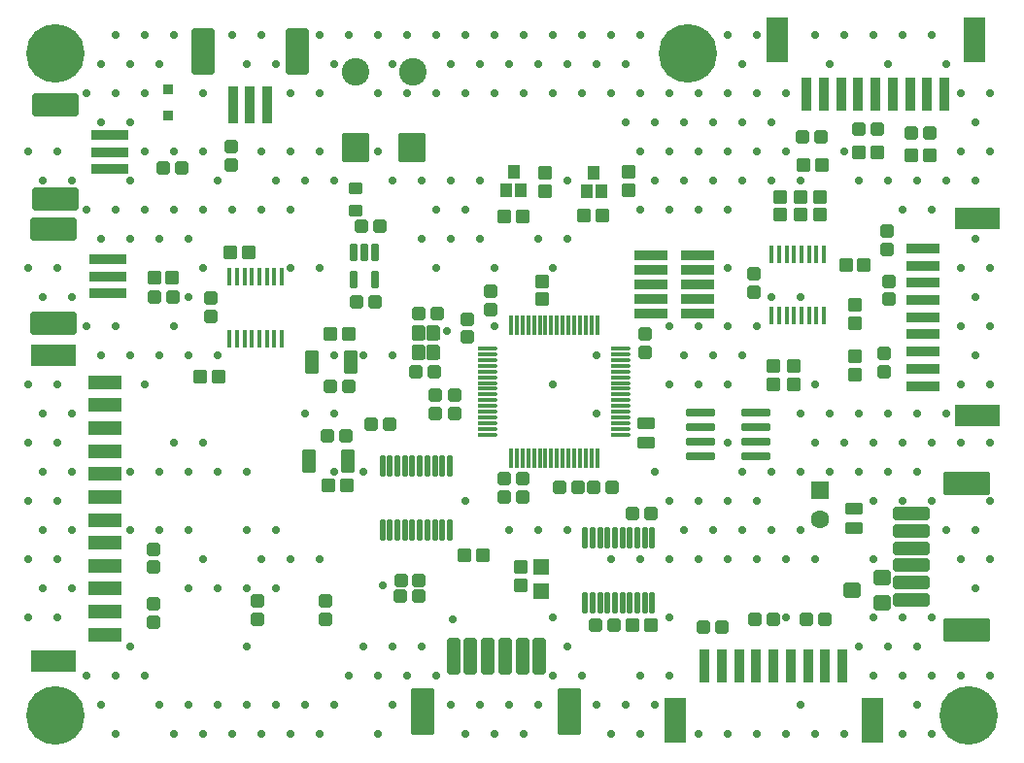
<source format=gts>
G04*
G04 #@! TF.GenerationSoftware,Altium Limited,Altium Designer,22.3.1 (43)*
G04*
G04 Layer_Color=16711833*
%FSLAX25Y25*%
%MOIN*%
G70*
G04*
G04 #@! TF.SameCoordinates,ADBFED44-BD27-400C-BC08-764E4E0E5164*
G04*
G04*
G04 #@! TF.FilePolarity,Negative*
G04*
G01*
G75*
G04:AMPARAMS|DCode=41|XSize=35.43mil|YSize=125.98mil|CornerRadius=3.54mil|HoleSize=0mil|Usage=FLASHONLY|Rotation=270.000|XOffset=0mil|YOffset=0mil|HoleType=Round|Shape=RoundedRectangle|*
%AMROUNDEDRECTD41*
21,1,0.03543,0.11890,0,0,270.0*
21,1,0.02835,0.12598,0,0,270.0*
1,1,0.00709,-0.05945,-0.01417*
1,1,0.00709,-0.05945,0.01417*
1,1,0.00709,0.05945,0.01417*
1,1,0.00709,0.05945,-0.01417*
%
%ADD41ROUNDEDRECTD41*%
G04:AMPARAMS|DCode=42|XSize=78.74mil|YSize=157.48mil|CornerRadius=7.87mil|HoleSize=0mil|Usage=FLASHONLY|Rotation=270.000|XOffset=0mil|YOffset=0mil|HoleType=Round|Shape=RoundedRectangle|*
%AMROUNDEDRECTD42*
21,1,0.07874,0.14173,0,0,270.0*
21,1,0.06299,0.15748,0,0,270.0*
1,1,0.01575,-0.07087,-0.03150*
1,1,0.01575,-0.07087,0.03150*
1,1,0.01575,0.07087,0.03150*
1,1,0.01575,0.07087,-0.03150*
%
%ADD42ROUNDEDRECTD42*%
G04:AMPARAMS|DCode=43|XSize=35.43mil|YSize=125.98mil|CornerRadius=3.54mil|HoleSize=0mil|Usage=FLASHONLY|Rotation=180.000|XOffset=0mil|YOffset=0mil|HoleType=Round|Shape=RoundedRectangle|*
%AMROUNDEDRECTD43*
21,1,0.03543,0.11890,0,0,180.0*
21,1,0.02835,0.12598,0,0,180.0*
1,1,0.00709,-0.01417,0.05945*
1,1,0.00709,0.01417,0.05945*
1,1,0.00709,0.01417,-0.05945*
1,1,0.00709,-0.01417,-0.05945*
%
%ADD43ROUNDEDRECTD43*%
G04:AMPARAMS|DCode=44|XSize=78.74mil|YSize=157.48mil|CornerRadius=7.87mil|HoleSize=0mil|Usage=FLASHONLY|Rotation=180.000|XOffset=0mil|YOffset=0mil|HoleType=Round|Shape=RoundedRectangle|*
%AMROUNDEDRECTD44*
21,1,0.07874,0.14173,0,0,180.0*
21,1,0.06299,0.15748,0,0,180.0*
1,1,0.01575,-0.03150,0.07087*
1,1,0.01575,0.03150,0.07087*
1,1,0.01575,0.03150,-0.07087*
1,1,0.01575,-0.03150,-0.07087*
%
%ADD44ROUNDEDRECTD44*%
%ADD53R,0.11230X0.04537*%
%ADD54R,0.15561X0.07687*%
G04:AMPARAMS|DCode=55|XSize=43.37mil|YSize=126.05mil|CornerRadius=4.95mil|HoleSize=0mil|Usage=FLASHONLY|Rotation=180.000|XOffset=0mil|YOffset=0mil|HoleType=Round|Shape=RoundedRectangle|*
%AMROUNDEDRECTD55*
21,1,0.04337,0.11614,0,0,180.0*
21,1,0.03347,0.12605,0,0,180.0*
1,1,0.00991,-0.01673,0.05807*
1,1,0.00991,0.01673,0.05807*
1,1,0.00991,0.01673,-0.05807*
1,1,0.00991,-0.01673,-0.05807*
%
%ADD55ROUNDEDRECTD55*%
G04:AMPARAMS|DCode=56|XSize=78.8mil|YSize=161.48mil|CornerRadius=7.61mil|HoleSize=0mil|Usage=FLASHONLY|Rotation=180.000|XOffset=0mil|YOffset=0mil|HoleType=Round|Shape=RoundedRectangle|*
%AMROUNDEDRECTD56*
21,1,0.07880,0.14626,0,0,180.0*
21,1,0.06358,0.16148,0,0,180.0*
1,1,0.01522,-0.03179,0.07313*
1,1,0.01522,0.03179,0.07313*
1,1,0.01522,0.03179,-0.07313*
1,1,0.01522,-0.03179,-0.07313*
%
%ADD56ROUNDEDRECTD56*%
G04:AMPARAMS|DCode=57|XSize=47.31mil|YSize=43.37mil|CornerRadius=4.95mil|HoleSize=0mil|Usage=FLASHONLY|Rotation=90.000|XOffset=0mil|YOffset=0mil|HoleType=Round|Shape=RoundedRectangle|*
%AMROUNDEDRECTD57*
21,1,0.04731,0.03347,0,0,90.0*
21,1,0.03740,0.04337,0,0,90.0*
1,1,0.00991,0.01673,0.01870*
1,1,0.00991,0.01673,-0.01870*
1,1,0.00991,-0.01673,-0.01870*
1,1,0.00991,-0.01673,0.01870*
%
%ADD57ROUNDEDRECTD57*%
G04:AMPARAMS|DCode=58|XSize=43.37mil|YSize=126.05mil|CornerRadius=4.95mil|HoleSize=0mil|Usage=FLASHONLY|Rotation=270.000|XOffset=0mil|YOffset=0mil|HoleType=Round|Shape=RoundedRectangle|*
%AMROUNDEDRECTD58*
21,1,0.04337,0.11614,0,0,270.0*
21,1,0.03347,0.12605,0,0,270.0*
1,1,0.00991,-0.05807,-0.01673*
1,1,0.00991,-0.05807,0.01673*
1,1,0.00991,0.05807,0.01673*
1,1,0.00991,0.05807,-0.01673*
%
%ADD58ROUNDEDRECTD58*%
G04:AMPARAMS|DCode=59|XSize=78.8mil|YSize=161.48mil|CornerRadius=7.61mil|HoleSize=0mil|Usage=FLASHONLY|Rotation=270.000|XOffset=0mil|YOffset=0mil|HoleType=Round|Shape=RoundedRectangle|*
%AMROUNDEDRECTD59*
21,1,0.07880,0.14626,0,0,270.0*
21,1,0.06358,0.16148,0,0,270.0*
1,1,0.01522,-0.07313,-0.03179*
1,1,0.01522,-0.07313,0.03179*
1,1,0.01522,0.07313,0.03179*
1,1,0.01522,0.07313,-0.03179*
%
%ADD59ROUNDEDRECTD59*%
%ADD60R,0.03550X0.11817*%
%ADD61R,0.07487X0.15361*%
G04:AMPARAMS|DCode=62|XSize=47.31mil|YSize=43.37mil|CornerRadius=5.94mil|HoleSize=0mil|Usage=FLASHONLY|Rotation=270.000|XOffset=0mil|YOffset=0mil|HoleType=Round|Shape=RoundedRectangle|*
%AMROUNDEDRECTD62*
21,1,0.04731,0.03150,0,0,270.0*
21,1,0.03543,0.04337,0,0,270.0*
1,1,0.01187,-0.01575,-0.01772*
1,1,0.01187,-0.01575,0.01772*
1,1,0.01187,0.01575,0.01772*
1,1,0.01187,0.01575,-0.01772*
%
%ADD62ROUNDEDRECTD62*%
G04:AMPARAMS|DCode=63|XSize=59.12mil|YSize=39.43mil|CornerRadius=4.66mil|HoleSize=0mil|Usage=FLASHONLY|Rotation=180.000|XOffset=0mil|YOffset=0mil|HoleType=Round|Shape=RoundedRectangle|*
%AMROUNDEDRECTD63*
21,1,0.05912,0.03012,0,0,180.0*
21,1,0.04980,0.03943,0,0,180.0*
1,1,0.00932,-0.02490,0.01506*
1,1,0.00932,0.02490,0.01506*
1,1,0.00932,0.02490,-0.01506*
1,1,0.00932,-0.02490,-0.01506*
%
%ADD63ROUNDEDRECTD63*%
%ADD64R,0.03550X0.03550*%
G04:AMPARAMS|DCode=65|XSize=51.24mil|YSize=59.12mil|CornerRadius=6.72mil|HoleSize=0mil|Usage=FLASHONLY|Rotation=270.000|XOffset=0mil|YOffset=0mil|HoleType=Round|Shape=RoundedRectangle|*
%AMROUNDEDRECTD65*
21,1,0.05124,0.04567,0,0,270.0*
21,1,0.03780,0.05912,0,0,270.0*
1,1,0.01345,-0.02284,-0.01890*
1,1,0.01345,-0.02284,0.01890*
1,1,0.01345,0.02284,0.01890*
1,1,0.01345,0.02284,-0.01890*
%
%ADD65ROUNDEDRECTD65*%
G04:AMPARAMS|DCode=66|XSize=47.31mil|YSize=43.37mil|CornerRadius=5.94mil|HoleSize=0mil|Usage=FLASHONLY|Rotation=0.000|XOffset=0mil|YOffset=0mil|HoleType=Round|Shape=RoundedRectangle|*
%AMROUNDEDRECTD66*
21,1,0.04731,0.03150,0,0,0.0*
21,1,0.03543,0.04337,0,0,0.0*
1,1,0.01187,0.01772,-0.01575*
1,1,0.01187,-0.01772,-0.01575*
1,1,0.01187,-0.01772,0.01575*
1,1,0.01187,0.01772,0.01575*
%
%ADD66ROUNDEDRECTD66*%
G04:AMPARAMS|DCode=67|XSize=47.31mil|YSize=43.37mil|CornerRadius=4.95mil|HoleSize=0mil|Usage=FLASHONLY|Rotation=180.000|XOffset=0mil|YOffset=0mil|HoleType=Round|Shape=RoundedRectangle|*
%AMROUNDEDRECTD67*
21,1,0.04731,0.03347,0,0,180.0*
21,1,0.03740,0.04337,0,0,180.0*
1,1,0.00991,-0.01870,0.01673*
1,1,0.00991,0.01870,0.01673*
1,1,0.00991,0.01870,-0.01673*
1,1,0.00991,-0.01870,-0.01673*
%
%ADD67ROUNDEDRECTD67*%
%ADD68R,0.15361X0.07487*%
%ADD69R,0.11817X0.03550*%
%ADD70R,0.03937X0.04724*%
%ADD71O,0.01581X0.06699*%
%ADD72O,0.06699X0.01581*%
G04:AMPARAMS|DCode=73|XSize=72.9mil|YSize=18.96mil|CornerRadius=3.12mil|HoleSize=0mil|Usage=FLASHONLY|Rotation=90.000|XOffset=0mil|YOffset=0mil|HoleType=Round|Shape=RoundedRectangle|*
%AMROUNDEDRECTD73*
21,1,0.07290,0.01272,0,0,90.0*
21,1,0.06665,0.01896,0,0,90.0*
1,1,0.00624,0.00636,0.03333*
1,1,0.00624,0.00636,-0.03333*
1,1,0.00624,-0.00636,-0.03333*
1,1,0.00624,-0.00636,0.03333*
%
%ADD73ROUNDEDRECTD73*%
G04:AMPARAMS|DCode=74|XSize=94.55mil|YSize=102.43mil|CornerRadius=8.79mil|HoleSize=0mil|Usage=FLASHONLY|Rotation=0.000|XOffset=0mil|YOffset=0mil|HoleType=Round|Shape=RoundedRectangle|*
%AMROUNDEDRECTD74*
21,1,0.09455,0.08484,0,0,0.0*
21,1,0.07697,0.10243,0,0,0.0*
1,1,0.01758,0.03848,-0.04242*
1,1,0.01758,-0.03848,-0.04242*
1,1,0.01758,-0.03848,0.04242*
1,1,0.01758,0.03848,0.04242*
%
%ADD74ROUNDEDRECTD74*%
%ADD75R,0.11400X0.03300*%
G04:AMPARAMS|DCode=76|XSize=37.47mil|YSize=46.91mil|CornerRadius=4.51mil|HoleSize=0mil|Usage=FLASHONLY|Rotation=270.000|XOffset=0mil|YOffset=0mil|HoleType=Round|Shape=RoundedRectangle|*
%AMROUNDEDRECTD76*
21,1,0.03747,0.03789,0,0,270.0*
21,1,0.02845,0.04691,0,0,270.0*
1,1,0.00902,-0.01895,-0.01422*
1,1,0.00902,-0.01895,0.01422*
1,1,0.00902,0.01895,0.01422*
1,1,0.00902,0.01895,-0.01422*
%
%ADD76ROUNDEDRECTD76*%
G04:AMPARAMS|DCode=77|XSize=27.62mil|YSize=57.15mil|CornerRadius=3.77mil|HoleSize=0mil|Usage=FLASHONLY|Rotation=180.000|XOffset=0mil|YOffset=0mil|HoleType=Round|Shape=RoundedRectangle|*
%AMROUNDEDRECTD77*
21,1,0.02762,0.04961,0,0,180.0*
21,1,0.02008,0.05715,0,0,180.0*
1,1,0.00754,-0.01004,0.02480*
1,1,0.00754,0.01004,0.02480*
1,1,0.00754,0.01004,-0.02480*
1,1,0.00754,-0.01004,-0.02480*
%
%ADD77ROUNDEDRECTD77*%
G04:AMPARAMS|DCode=78|XSize=53.21mil|YSize=43.37mil|CornerRadius=4.95mil|HoleSize=0mil|Usage=FLASHONLY|Rotation=90.000|XOffset=0mil|YOffset=0mil|HoleType=Round|Shape=RoundedRectangle|*
%AMROUNDEDRECTD78*
21,1,0.05321,0.03347,0,0,90.0*
21,1,0.04331,0.04337,0,0,90.0*
1,1,0.00991,0.01673,0.02165*
1,1,0.00991,0.01673,-0.02165*
1,1,0.00991,-0.01673,-0.02165*
1,1,0.00991,-0.01673,0.02165*
%
%ADD78ROUNDEDRECTD78*%
G04:AMPARAMS|DCode=79|XSize=43.37mil|YSize=82.74mil|CornerRadius=4.95mil|HoleSize=0mil|Usage=FLASHONLY|Rotation=180.000|XOffset=0mil|YOffset=0mil|HoleType=Round|Shape=RoundedRectangle|*
%AMROUNDEDRECTD79*
21,1,0.04337,0.07284,0,0,180.0*
21,1,0.03347,0.08274,0,0,180.0*
1,1,0.00991,-0.01673,0.03642*
1,1,0.00991,0.01673,0.03642*
1,1,0.00991,0.01673,-0.03642*
1,1,0.00991,-0.01673,-0.03642*
%
%ADD79ROUNDEDRECTD79*%
%ADD80R,0.01778X0.05912*%
G04:AMPARAMS|DCode=81|XSize=55.18mil|YSize=55.18mil|CornerRadius=7.12mil|HoleSize=0mil|Usage=FLASHONLY|Rotation=90.000|XOffset=0mil|YOffset=0mil|HoleType=Round|Shape=RoundedRectangle|*
%AMROUNDEDRECTD81*
21,1,0.05518,0.04095,0,0,90.0*
21,1,0.04095,0.05518,0,0,90.0*
1,1,0.01424,0.02047,0.02047*
1,1,0.01424,0.02047,-0.02047*
1,1,0.01424,-0.02047,-0.02047*
1,1,0.01424,-0.02047,0.02047*
%
%ADD81ROUNDEDRECTD81*%
G04:AMPARAMS|DCode=82|XSize=28.61mil|YSize=97.5mil|CornerRadius=4.46mil|HoleSize=0mil|Usage=FLASHONLY|Rotation=90.000|XOffset=0mil|YOffset=0mil|HoleType=Round|Shape=RoundedRectangle|*
%AMROUNDEDRECTD82*
21,1,0.02861,0.08858,0,0,90.0*
21,1,0.01968,0.09750,0,0,90.0*
1,1,0.00892,0.04429,0.00984*
1,1,0.00892,0.04429,-0.00984*
1,1,0.00892,-0.04429,-0.00984*
1,1,0.00892,-0.04429,0.00984*
%
%ADD82ROUNDEDRECTD82*%
%ADD83C,0.20079*%
%ADD84R,0.06306X0.06306*%
%ADD85C,0.06306*%
%ADD86C,0.09455*%
%ADD87C,0.02800*%
D41*
X34134Y-83095D02*
D03*
Y-89000D02*
D03*
Y-94906D02*
D03*
X34734Y-40394D02*
D03*
Y-46300D02*
D03*
Y-52205D02*
D03*
D42*
X15630Y-105142D02*
D03*
Y-72858D02*
D03*
X16230Y-62442D02*
D03*
Y-30158D02*
D03*
D43*
X88906Y-30176D02*
D03*
X83000D02*
D03*
X77095D02*
D03*
D44*
X66858Y-11672D02*
D03*
X99142D02*
D03*
D53*
X33200Y-125352D02*
D03*
Y-133226D02*
D03*
Y-141100D02*
D03*
Y-148974D02*
D03*
Y-156848D02*
D03*
Y-164722D02*
D03*
Y-172596D02*
D03*
Y-180470D02*
D03*
Y-188344D02*
D03*
Y-196218D02*
D03*
Y-204092D02*
D03*
Y-211966D02*
D03*
D54*
X15680Y-116100D02*
D03*
Y-221218D02*
D03*
D55*
X152784Y-219300D02*
D03*
X164594D02*
D03*
X182311D02*
D03*
X176406D02*
D03*
X158689D02*
D03*
X170500D02*
D03*
D56*
X142252Y-238276D02*
D03*
X192646D02*
D03*
D57*
X56399Y-89400D02*
D03*
X50100D02*
D03*
X272901Y-50600D02*
D03*
X279200D02*
D03*
X291801Y-46400D02*
D03*
X298100D02*
D03*
X309900Y-47300D02*
D03*
X316199D02*
D03*
X197600Y-68100D02*
D03*
X203899D02*
D03*
X287401Y-85200D02*
D03*
X293700D02*
D03*
X116299Y-160900D02*
D03*
X110000D02*
D03*
X110701Y-108900D02*
D03*
X117000D02*
D03*
X65801Y-123300D02*
D03*
X72100D02*
D03*
X76201Y-80900D02*
D03*
X82500D02*
D03*
X214201Y-208900D02*
D03*
X220500D02*
D03*
X162899Y-184800D02*
D03*
X156600D02*
D03*
X176508Y-68273D02*
D03*
X170209D02*
D03*
D58*
X309824Y-199969D02*
D03*
Y-188157D02*
D03*
Y-170441D02*
D03*
Y-176347D02*
D03*
Y-194063D02*
D03*
Y-182252D02*
D03*
D59*
X328800Y-210500D02*
D03*
Y-160106D02*
D03*
D60*
X321217Y-26400D02*
D03*
X315311D02*
D03*
X309405D02*
D03*
X303500D02*
D03*
X297594D02*
D03*
X291689D02*
D03*
X285784D02*
D03*
X279878D02*
D03*
X273972D02*
D03*
X239008Y-222900D02*
D03*
X244913D02*
D03*
X250819D02*
D03*
X256724D02*
D03*
X262630D02*
D03*
X268535D02*
D03*
X274441D02*
D03*
X280346D02*
D03*
X286252D02*
D03*
D61*
X263736Y-7896D02*
D03*
X331453D02*
D03*
X296488Y-241404D02*
D03*
X228772D02*
D03*
D62*
X279000Y-41100D02*
D03*
X272701D02*
D03*
X291837Y-38268D02*
D03*
X298136D02*
D03*
X316100Y-39800D02*
D03*
X309801D02*
D03*
X140896Y-198800D02*
D03*
X134597D02*
D03*
X141050Y-193400D02*
D03*
X134750D02*
D03*
X127500Y-71800D02*
D03*
X121201D02*
D03*
X140850Y-101700D02*
D03*
X147150D02*
D03*
X50212Y-96030D02*
D03*
X56511D02*
D03*
X59450Y-51900D02*
D03*
X53150D02*
D03*
X119450Y-97600D02*
D03*
X125750D02*
D03*
X170201Y-164900D02*
D03*
X176500D02*
D03*
X170201Y-158400D02*
D03*
X176500D02*
D03*
X201000Y-161400D02*
D03*
X207299D02*
D03*
X116000Y-143900D02*
D03*
X109701D02*
D03*
X195500Y-161400D02*
D03*
X189201D02*
D03*
X117000Y-126900D02*
D03*
X110701D02*
D03*
X140001Y-121600D02*
D03*
X146300D02*
D03*
X214201Y-170400D02*
D03*
X220500D02*
D03*
X208000Y-208900D02*
D03*
X201701D02*
D03*
X131000Y-139900D02*
D03*
X124701D02*
D03*
X238700Y-209300D02*
D03*
X244999D02*
D03*
X256201Y-206900D02*
D03*
X262500D02*
D03*
X274000D02*
D03*
X280299D02*
D03*
D63*
X218900Y-145996D02*
D03*
Y-139500D02*
D03*
X290200Y-175300D02*
D03*
Y-168804D02*
D03*
D64*
X54900Y-24771D02*
D03*
Y-33629D02*
D03*
D65*
X289682Y-196800D02*
D03*
X299918Y-192469D02*
D03*
Y-201131D02*
D03*
D66*
X153200Y-135999D02*
D03*
Y-129700D02*
D03*
X301500Y-79600D02*
D03*
Y-73301D02*
D03*
X302100Y-96899D02*
D03*
Y-90600D02*
D03*
X76700Y-44400D02*
D03*
Y-50699D02*
D03*
X146700Y-129700D02*
D03*
Y-135999D02*
D03*
X300700Y-121599D02*
D03*
Y-115300D02*
D03*
X165600Y-94001D02*
D03*
Y-100300D02*
D03*
X218700Y-115099D02*
D03*
Y-108800D02*
D03*
X157700Y-103600D02*
D03*
Y-109899D02*
D03*
X256000Y-94400D02*
D03*
Y-88101D02*
D03*
X69500Y-102699D02*
D03*
Y-96400D02*
D03*
X50000Y-188900D02*
D03*
Y-182601D02*
D03*
Y-201400D02*
D03*
Y-207699D02*
D03*
X109000Y-200400D02*
D03*
Y-206699D02*
D03*
X85500Y-200400D02*
D03*
Y-206699D02*
D03*
D67*
X184200Y-53500D02*
D03*
Y-59799D02*
D03*
X213000Y-53101D02*
D03*
Y-59400D02*
D03*
X290500Y-122699D02*
D03*
Y-116400D02*
D03*
Y-105199D02*
D03*
Y-98900D02*
D03*
X176000Y-188829D02*
D03*
Y-195128D02*
D03*
X183300Y-96900D02*
D03*
Y-90601D02*
D03*
X272000Y-67900D02*
D03*
Y-61601D02*
D03*
X278500Y-67900D02*
D03*
Y-61601D02*
D03*
X262500Y-126199D02*
D03*
Y-119900D02*
D03*
X269500Y-126199D02*
D03*
Y-119900D02*
D03*
X265000Y-61601D02*
D03*
Y-67900D02*
D03*
D68*
X332504Y-136853D02*
D03*
Y-69136D02*
D03*
D69*
X314000Y-79373D02*
D03*
Y-85278D02*
D03*
Y-91184D02*
D03*
Y-97089D02*
D03*
Y-102995D02*
D03*
Y-108900D02*
D03*
Y-114805D02*
D03*
Y-120711D02*
D03*
Y-126617D02*
D03*
D70*
X198441Y-59699D02*
D03*
X203559D02*
D03*
X201000Y-53400D02*
D03*
X173441Y-53101D02*
D03*
X176000Y-59400D02*
D03*
X170882D02*
D03*
D71*
X172571Y-105707D02*
D03*
X174539D02*
D03*
X176508D02*
D03*
X178476D02*
D03*
X180445D02*
D03*
X182413D02*
D03*
X184382D02*
D03*
X186350D02*
D03*
X188319D02*
D03*
X190287D02*
D03*
X192256D02*
D03*
X194224D02*
D03*
X196193D02*
D03*
X198161D02*
D03*
X200130D02*
D03*
X202098D02*
D03*
Y-151376D02*
D03*
X200130D02*
D03*
X198161D02*
D03*
X196193D02*
D03*
X194224D02*
D03*
X192256D02*
D03*
X190287D02*
D03*
X188319D02*
D03*
X186350D02*
D03*
X184382D02*
D03*
X182413D02*
D03*
X180445D02*
D03*
X178476D02*
D03*
X176508D02*
D03*
X174539D02*
D03*
X172571D02*
D03*
D72*
X210169Y-113778D02*
D03*
Y-115746D02*
D03*
Y-117715D02*
D03*
Y-119684D02*
D03*
Y-121652D02*
D03*
Y-123620D02*
D03*
Y-125589D02*
D03*
Y-127558D02*
D03*
Y-129526D02*
D03*
Y-131494D02*
D03*
Y-133463D02*
D03*
Y-135432D02*
D03*
Y-137400D02*
D03*
Y-139368D02*
D03*
Y-141337D02*
D03*
Y-143306D02*
D03*
X164500D02*
D03*
Y-141337D02*
D03*
Y-139368D02*
D03*
Y-137400D02*
D03*
Y-135432D02*
D03*
Y-133463D02*
D03*
Y-131494D02*
D03*
Y-129526D02*
D03*
Y-127558D02*
D03*
Y-125589D02*
D03*
Y-123620D02*
D03*
Y-121652D02*
D03*
Y-119684D02*
D03*
Y-117715D02*
D03*
Y-115746D02*
D03*
Y-113778D02*
D03*
D73*
X128487Y-176150D02*
D03*
X131046D02*
D03*
X133605D02*
D03*
X136164D02*
D03*
X138723D02*
D03*
X141282D02*
D03*
X143841D02*
D03*
X146400D02*
D03*
X148959D02*
D03*
X151518D02*
D03*
X151518Y-153950D02*
D03*
X148959D02*
D03*
X146400D02*
D03*
X143841D02*
D03*
X141282D02*
D03*
X138723D02*
D03*
X136164D02*
D03*
X133605D02*
D03*
X131046D02*
D03*
X128487D02*
D03*
X197984Y-201000D02*
D03*
X200543D02*
D03*
X203102D02*
D03*
X205661D02*
D03*
X208221D02*
D03*
X210780D02*
D03*
X213339D02*
D03*
X215898D02*
D03*
X218457D02*
D03*
X221016D02*
D03*
X221016Y-178800D02*
D03*
X218457D02*
D03*
X215898D02*
D03*
X213339D02*
D03*
X210780D02*
D03*
X208221D02*
D03*
X205661D02*
D03*
X203102D02*
D03*
X200543D02*
D03*
X197984D02*
D03*
D74*
X138646Y-44900D02*
D03*
X119354D02*
D03*
D75*
X220500Y-81900D02*
D03*
X236500D02*
D03*
X220500Y-86900D02*
D03*
X236500D02*
D03*
X220500Y-91900D02*
D03*
X236500D02*
D03*
X220500Y-96900D02*
D03*
X236500D02*
D03*
X220500Y-101900D02*
D03*
X236500D02*
D03*
D76*
X119300Y-58643D02*
D03*
Y-66557D02*
D03*
D77*
X125980Y-90231D02*
D03*
X118500D02*
D03*
Y-80900D02*
D03*
X122240D02*
D03*
X125980D02*
D03*
D78*
X140937Y-108400D02*
D03*
X146055D02*
D03*
Y-115093D02*
D03*
X140937D02*
D03*
D79*
X103307Y-152400D02*
D03*
X116693D02*
D03*
X104307Y-118400D02*
D03*
X117693D02*
D03*
D80*
X279957Y-102530D02*
D03*
X262043D02*
D03*
X264602Y-81270D02*
D03*
Y-102530D02*
D03*
X267161D02*
D03*
X269721Y-81270D02*
D03*
X267161D02*
D03*
X274839D02*
D03*
X277398D02*
D03*
X272280Y-102530D02*
D03*
X274839D02*
D03*
X269721D02*
D03*
X277398D02*
D03*
X279957Y-81270D02*
D03*
X272280D02*
D03*
X262043D02*
D03*
X93913Y-110400D02*
D03*
X76000D02*
D03*
X78559Y-89140D02*
D03*
Y-110400D02*
D03*
X81118D02*
D03*
X83677Y-89140D02*
D03*
X81118D02*
D03*
X88795D02*
D03*
X91354D02*
D03*
X86236Y-110400D02*
D03*
X88795D02*
D03*
X83677D02*
D03*
X91354D02*
D03*
X93913Y-89140D02*
D03*
X86236D02*
D03*
X76000D02*
D03*
D81*
X183000Y-197168D02*
D03*
Y-188900D02*
D03*
D82*
X237551Y-135900D02*
D03*
Y-140900D02*
D03*
Y-145900D02*
D03*
Y-150900D02*
D03*
X256449Y-135900D02*
D03*
Y-140900D02*
D03*
Y-145900D02*
D03*
Y-150900D02*
D03*
D83*
X329700Y-239800D02*
D03*
X16100D02*
D03*
X233300Y-12300D02*
D03*
X16100D02*
D03*
D84*
X278400Y-162400D02*
D03*
D85*
Y-172400D02*
D03*
D86*
X139000Y-18900D02*
D03*
X119315D02*
D03*
D87*
X128500Y-195000D02*
D03*
X152600Y-206700D02*
D03*
X337000Y-26000D02*
D03*
Y-46000D02*
D03*
Y-86000D02*
D03*
Y-106000D02*
D03*
Y-126000D02*
D03*
Y-146000D02*
D03*
Y-166000D02*
D03*
Y-186000D02*
D03*
Y-226000D02*
D03*
X327000Y-26000D02*
D03*
X332000Y-36000D02*
D03*
X327000Y-46000D02*
D03*
X332000Y-56000D02*
D03*
Y-76000D02*
D03*
X327000Y-86000D02*
D03*
X332000Y-96000D02*
D03*
X327000Y-106000D02*
D03*
X332000Y-116000D02*
D03*
X327000Y-126000D02*
D03*
Y-146000D02*
D03*
X332000Y-176000D02*
D03*
X327000Y-186000D02*
D03*
X332000Y-196000D02*
D03*
X327000Y-226000D02*
D03*
X317000Y-6000D02*
D03*
X322000Y-16000D02*
D03*
Y-56000D02*
D03*
X317000Y-66000D02*
D03*
X322000Y-136000D02*
D03*
X317000Y-146000D02*
D03*
Y-166000D02*
D03*
X322000Y-176000D02*
D03*
X317000Y-206000D02*
D03*
Y-226000D02*
D03*
Y-246000D02*
D03*
X307000Y-6000D02*
D03*
X312000Y-56000D02*
D03*
X307000Y-66000D02*
D03*
X312000Y-136000D02*
D03*
X307000Y-146000D02*
D03*
X312000Y-156000D02*
D03*
X307000Y-166000D02*
D03*
Y-206000D02*
D03*
X312000Y-216000D02*
D03*
X307000Y-226000D02*
D03*
X312000Y-236000D02*
D03*
X307000Y-246000D02*
D03*
X297000Y-6000D02*
D03*
X302000Y-16000D02*
D03*
Y-56000D02*
D03*
Y-136000D02*
D03*
X297000Y-146000D02*
D03*
X302000Y-156000D02*
D03*
X297000Y-166000D02*
D03*
Y-186000D02*
D03*
Y-206000D02*
D03*
X302000Y-216000D02*
D03*
X297000Y-226000D02*
D03*
X287000Y-6000D02*
D03*
Y-46000D02*
D03*
X292000Y-56000D02*
D03*
Y-136000D02*
D03*
X287000Y-146000D02*
D03*
X292000Y-156000D02*
D03*
Y-216000D02*
D03*
X287000Y-246000D02*
D03*
X277000Y-6000D02*
D03*
X282000Y-16000D02*
D03*
X277000Y-126000D02*
D03*
X282000Y-136000D02*
D03*
X277000Y-146000D02*
D03*
X282000Y-156000D02*
D03*
X277000Y-186000D02*
D03*
Y-246000D02*
D03*
X267000Y-26000D02*
D03*
Y-46000D02*
D03*
X272000Y-56000D02*
D03*
Y-96000D02*
D03*
Y-136000D02*
D03*
Y-156000D02*
D03*
Y-176000D02*
D03*
X267000Y-186000D02*
D03*
Y-206000D02*
D03*
X272000Y-236000D02*
D03*
X267000Y-246000D02*
D03*
X257000Y-6000D02*
D03*
Y-26000D02*
D03*
X262000Y-36000D02*
D03*
X257000Y-46000D02*
D03*
X262000Y-56000D02*
D03*
Y-96000D02*
D03*
X257000Y-106000D02*
D03*
X262000Y-156000D02*
D03*
X257000Y-166000D02*
D03*
X262000Y-176000D02*
D03*
X257000Y-186000D02*
D03*
Y-246000D02*
D03*
X247000Y-6000D02*
D03*
X252000Y-16000D02*
D03*
X247000Y-26000D02*
D03*
X252000Y-36000D02*
D03*
X247000Y-46000D02*
D03*
X252000Y-56000D02*
D03*
X247000Y-66000D02*
D03*
Y-86000D02*
D03*
Y-106000D02*
D03*
X252000Y-116000D02*
D03*
X247000Y-126000D02*
D03*
Y-146000D02*
D03*
X252000Y-156000D02*
D03*
X247000Y-166000D02*
D03*
X252000Y-176000D02*
D03*
X247000Y-186000D02*
D03*
Y-246000D02*
D03*
X237000Y-26000D02*
D03*
X242000Y-36000D02*
D03*
X237000Y-46000D02*
D03*
X242000Y-56000D02*
D03*
X237000Y-66000D02*
D03*
Y-106000D02*
D03*
X242000Y-116000D02*
D03*
X237000Y-126000D02*
D03*
Y-166000D02*
D03*
X242000Y-176000D02*
D03*
X237000Y-186000D02*
D03*
Y-246000D02*
D03*
X227000Y-26000D02*
D03*
X232000Y-36000D02*
D03*
X227000Y-46000D02*
D03*
X232000Y-56000D02*
D03*
X227000Y-66000D02*
D03*
Y-106000D02*
D03*
X232000Y-116000D02*
D03*
X227000Y-126000D02*
D03*
Y-166000D02*
D03*
X232000Y-176000D02*
D03*
X227000Y-186000D02*
D03*
Y-206000D02*
D03*
Y-226000D02*
D03*
X217000Y-6000D02*
D03*
Y-26000D02*
D03*
X222000Y-36000D02*
D03*
X217000Y-46000D02*
D03*
X222000Y-56000D02*
D03*
X217000Y-66000D02*
D03*
X222000Y-156000D02*
D03*
X217000Y-186000D02*
D03*
Y-226000D02*
D03*
X222000Y-236000D02*
D03*
X217000Y-246000D02*
D03*
X207000Y-6000D02*
D03*
X212000Y-16000D02*
D03*
X207000Y-26000D02*
D03*
X212000Y-36000D02*
D03*
X207000Y-186000D02*
D03*
X212000Y-236000D02*
D03*
X207000Y-246000D02*
D03*
X197000Y-6000D02*
D03*
X202000Y-16000D02*
D03*
X197000Y-26000D02*
D03*
X202000Y-116000D02*
D03*
Y-136000D02*
D03*
X197000Y-226000D02*
D03*
X202000Y-236000D02*
D03*
X187000Y-6000D02*
D03*
X192000Y-16000D02*
D03*
X187000Y-26000D02*
D03*
X192000Y-56000D02*
D03*
Y-76000D02*
D03*
X187000Y-86000D02*
D03*
Y-126000D02*
D03*
X192000Y-176000D02*
D03*
X187000Y-206000D02*
D03*
X192000Y-216000D02*
D03*
X187000Y-226000D02*
D03*
X177000Y-6000D02*
D03*
X182000Y-16000D02*
D03*
X177000Y-26000D02*
D03*
X182000Y-76000D02*
D03*
Y-176000D02*
D03*
Y-236000D02*
D03*
X177000Y-246000D02*
D03*
X167000Y-6000D02*
D03*
X172000Y-16000D02*
D03*
X167000Y-26000D02*
D03*
Y-86000D02*
D03*
Y-106000D02*
D03*
X172000Y-176000D02*
D03*
Y-236000D02*
D03*
X167000Y-246000D02*
D03*
X157000Y-6000D02*
D03*
X162000Y-16000D02*
D03*
X157000Y-26000D02*
D03*
X162000Y-56000D02*
D03*
X157000Y-66000D02*
D03*
X162000Y-76000D02*
D03*
X157000Y-166000D02*
D03*
X162000Y-236000D02*
D03*
X157000Y-246000D02*
D03*
X147000Y-6000D02*
D03*
X152000Y-16000D02*
D03*
X147000Y-26000D02*
D03*
X152000Y-56000D02*
D03*
X147000Y-66000D02*
D03*
X152000Y-76000D02*
D03*
X147000Y-86000D02*
D03*
Y-226000D02*
D03*
X152000Y-236000D02*
D03*
X137000Y-6000D02*
D03*
Y-26000D02*
D03*
X142000Y-56000D02*
D03*
Y-76000D02*
D03*
Y-216000D02*
D03*
X137000Y-226000D02*
D03*
X127000Y-6000D02*
D03*
X132000Y-16000D02*
D03*
X127000Y-26000D02*
D03*
Y-46000D02*
D03*
X132000Y-56000D02*
D03*
Y-116000D02*
D03*
Y-216000D02*
D03*
X127000Y-226000D02*
D03*
X132000Y-236000D02*
D03*
X127000Y-246000D02*
D03*
X117000Y-6000D02*
D03*
X122000Y-116000D02*
D03*
Y-156000D02*
D03*
Y-216000D02*
D03*
X117000Y-226000D02*
D03*
X107000Y-6000D02*
D03*
X112000Y-16000D02*
D03*
X107000Y-26000D02*
D03*
Y-46000D02*
D03*
X112000Y-56000D02*
D03*
X107000Y-86000D02*
D03*
X112000Y-116000D02*
D03*
Y-136000D02*
D03*
Y-156000D02*
D03*
X107000Y-186000D02*
D03*
X112000Y-236000D02*
D03*
X107000Y-246000D02*
D03*
X97000Y-26000D02*
D03*
Y-46000D02*
D03*
X102000Y-56000D02*
D03*
X97000Y-66000D02*
D03*
Y-86000D02*
D03*
X102000Y-136000D02*
D03*
X97000Y-186000D02*
D03*
X102000Y-236000D02*
D03*
X97000Y-246000D02*
D03*
X87000Y-6000D02*
D03*
X92000Y-16000D02*
D03*
X87000Y-46000D02*
D03*
X92000Y-56000D02*
D03*
X87000Y-66000D02*
D03*
X92000Y-176000D02*
D03*
X87000Y-186000D02*
D03*
X92000Y-196000D02*
D03*
Y-236000D02*
D03*
X87000Y-246000D02*
D03*
X77000Y-6000D02*
D03*
X82000Y-16000D02*
D03*
X77000Y-66000D02*
D03*
X82000Y-156000D02*
D03*
Y-176000D02*
D03*
Y-196000D02*
D03*
Y-216000D02*
D03*
Y-236000D02*
D03*
X77000Y-246000D02*
D03*
X67000Y-26000D02*
D03*
Y-46000D02*
D03*
X72000Y-56000D02*
D03*
X67000Y-66000D02*
D03*
Y-86000D02*
D03*
X72000Y-116000D02*
D03*
X67000Y-146000D02*
D03*
X72000Y-156000D02*
D03*
X67000Y-186000D02*
D03*
X72000Y-196000D02*
D03*
Y-236000D02*
D03*
X67000Y-246000D02*
D03*
X57000Y-6000D02*
D03*
Y-46000D02*
D03*
Y-66000D02*
D03*
X62000Y-76000D02*
D03*
Y-96000D02*
D03*
X57000Y-106000D02*
D03*
X62000Y-116000D02*
D03*
X57000Y-146000D02*
D03*
X62000Y-156000D02*
D03*
Y-176000D02*
D03*
Y-196000D02*
D03*
Y-236000D02*
D03*
X57000Y-246000D02*
D03*
X47000Y-6000D02*
D03*
X52000Y-16000D02*
D03*
X47000Y-26000D02*
D03*
Y-46000D02*
D03*
Y-66000D02*
D03*
X52000Y-76000D02*
D03*
Y-116000D02*
D03*
X47000Y-126000D02*
D03*
X52000Y-156000D02*
D03*
Y-176000D02*
D03*
X47000Y-226000D02*
D03*
X52000Y-236000D02*
D03*
X37000Y-6000D02*
D03*
X42000Y-16000D02*
D03*
X37000Y-26000D02*
D03*
X42000Y-36000D02*
D03*
Y-56000D02*
D03*
X37000Y-66000D02*
D03*
X42000Y-76000D02*
D03*
X37000Y-106000D02*
D03*
X42000Y-116000D02*
D03*
Y-156000D02*
D03*
Y-176000D02*
D03*
Y-216000D02*
D03*
X37000Y-226000D02*
D03*
Y-246000D02*
D03*
X32000Y-16000D02*
D03*
X27000Y-26000D02*
D03*
X32000Y-36000D02*
D03*
X27000Y-66000D02*
D03*
X32000Y-76000D02*
D03*
X27000Y-106000D02*
D03*
X32000Y-116000D02*
D03*
X27000Y-226000D02*
D03*
X32000Y-236000D02*
D03*
X17000Y-46000D02*
D03*
X22000Y-56000D02*
D03*
X17000Y-86000D02*
D03*
X22000Y-96000D02*
D03*
X17000Y-126000D02*
D03*
X22000Y-136000D02*
D03*
X17000Y-146000D02*
D03*
X22000Y-156000D02*
D03*
X17000Y-166000D02*
D03*
X22000Y-176000D02*
D03*
X17000Y-186000D02*
D03*
X22000Y-196000D02*
D03*
X17000Y-206000D02*
D03*
X7000Y-46000D02*
D03*
X12000Y-56000D02*
D03*
X7000Y-86000D02*
D03*
X12000Y-96000D02*
D03*
X7000Y-126000D02*
D03*
X12000Y-136000D02*
D03*
X7000Y-146000D02*
D03*
X12000Y-156000D02*
D03*
X7000Y-166000D02*
D03*
X12000Y-176000D02*
D03*
X7000Y-186000D02*
D03*
X12000Y-196000D02*
D03*
X7000Y-206000D02*
D03*
X150700Y-107800D02*
D03*
M02*

</source>
